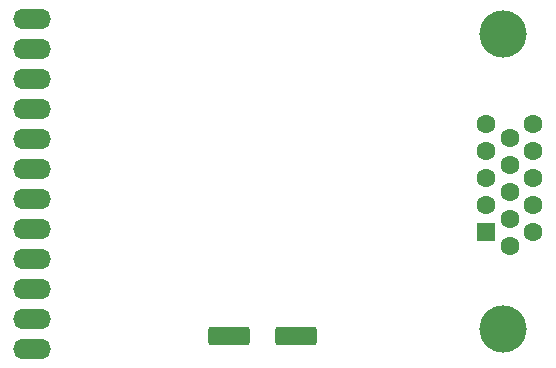
<source format=gbr>
%TF.GenerationSoftware,KiCad,Pcbnew,8.0.0*%
%TF.CreationDate,2025-10-24T15:06:22+03:00*%
%TF.ProjectId,Loewe VGA,4c6f6577-6520-4564-9741-2e6b69636164,rev?*%
%TF.SameCoordinates,Original*%
%TF.FileFunction,Soldermask,Bot*%
%TF.FilePolarity,Negative*%
%FSLAX46Y46*%
G04 Gerber Fmt 4.6, Leading zero omitted, Abs format (unit mm)*
G04 Created by KiCad (PCBNEW 8.0.0) date 2025-10-24 15:06:22*
%MOMM*%
%LPD*%
G01*
G04 APERTURE LIST*
G04 Aperture macros list*
%AMRoundRect*
0 Rectangle with rounded corners*
0 $1 Rounding radius*
0 $2 $3 $4 $5 $6 $7 $8 $9 X,Y pos of 4 corners*
0 Add a 4 corners polygon primitive as box body*
4,1,4,$2,$3,$4,$5,$6,$7,$8,$9,$2,$3,0*
0 Add four circle primitives for the rounded corners*
1,1,$1+$1,$2,$3*
1,1,$1+$1,$4,$5*
1,1,$1+$1,$6,$7*
1,1,$1+$1,$8,$9*
0 Add four rect primitives between the rounded corners*
20,1,$1+$1,$2,$3,$4,$5,0*
20,1,$1+$1,$4,$5,$6,$7,0*
20,1,$1+$1,$6,$7,$8,$9,0*
20,1,$1+$1,$8,$9,$2,$3,0*%
G04 Aperture macros list end*
%ADD10C,4.000000*%
%ADD11R,1.600000X1.600000*%
%ADD12C,1.600000*%
%ADD13O,3.219200X1.711200*%
%ADD14RoundRect,0.250000X1.500000X0.550000X-1.500000X0.550000X-1.500000X-0.550000X1.500000X-0.550000X0*%
G04 APERTURE END LIST*
D10*
%TO.C,W801*%
X164879669Y-117385000D03*
X164879669Y-92385000D03*
D11*
X163459669Y-109200000D03*
D12*
X163459669Y-106910000D03*
X163459669Y-104620000D03*
X163459669Y-102330000D03*
X163459669Y-100040000D03*
X165439669Y-110345000D03*
X165439669Y-108055000D03*
X165439669Y-105765000D03*
X165439669Y-103475000D03*
X165439669Y-101185000D03*
X167419669Y-109200000D03*
X167419669Y-106910000D03*
X167419669Y-104620000D03*
X167419669Y-102330000D03*
X167419669Y-100040000D03*
%TD*%
D13*
%TO.C,W831*%
X125001100Y-91158600D03*
X125001100Y-93698600D03*
X125001100Y-96238600D03*
X125001100Y-98778600D03*
X125001100Y-101318600D03*
X125001100Y-103858600D03*
X125001100Y-106398600D03*
X125001100Y-108938600D03*
X125001100Y-111478600D03*
X125001100Y-114018600D03*
X125001100Y-116558600D03*
X125001100Y-119098600D03*
%TD*%
D14*
%TO.C,C816*%
X147300000Y-118000000D03*
X141700000Y-118000000D03*
%TD*%
M02*

</source>
